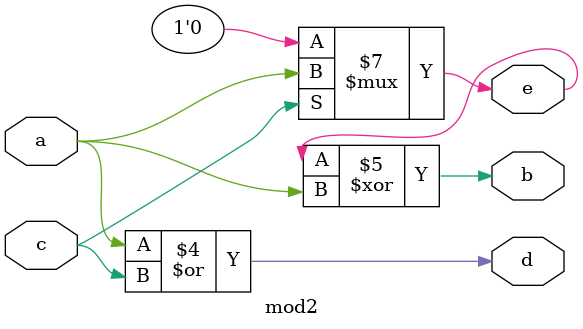
<source format=sv>
module mod2(a, b, c, d, e); 
input a, c;
output logic b, d, e;
always_comb begin
    if (c == 1) begin
        e = a;
  //      b = c; 
    end
    else begin
        e = 0;
//        b = a;
    end 
end
always_comb begin
    d  = a | c;
    b  = e ^ a;
end
endmodule

</source>
